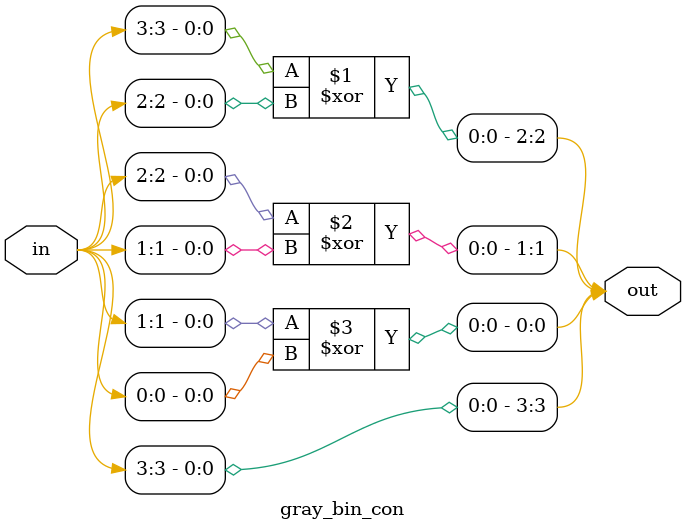
<source format=v>
module gray_bin_con(out,in);
input[3:0]in;
output[3:0]out;

assign out[3] = in[3];
assign out[2] = in[3]^in[2];
assign out[1] = in[2]^in[1];
assign out[0] = in[1]^in[0];

endmodule
</source>
